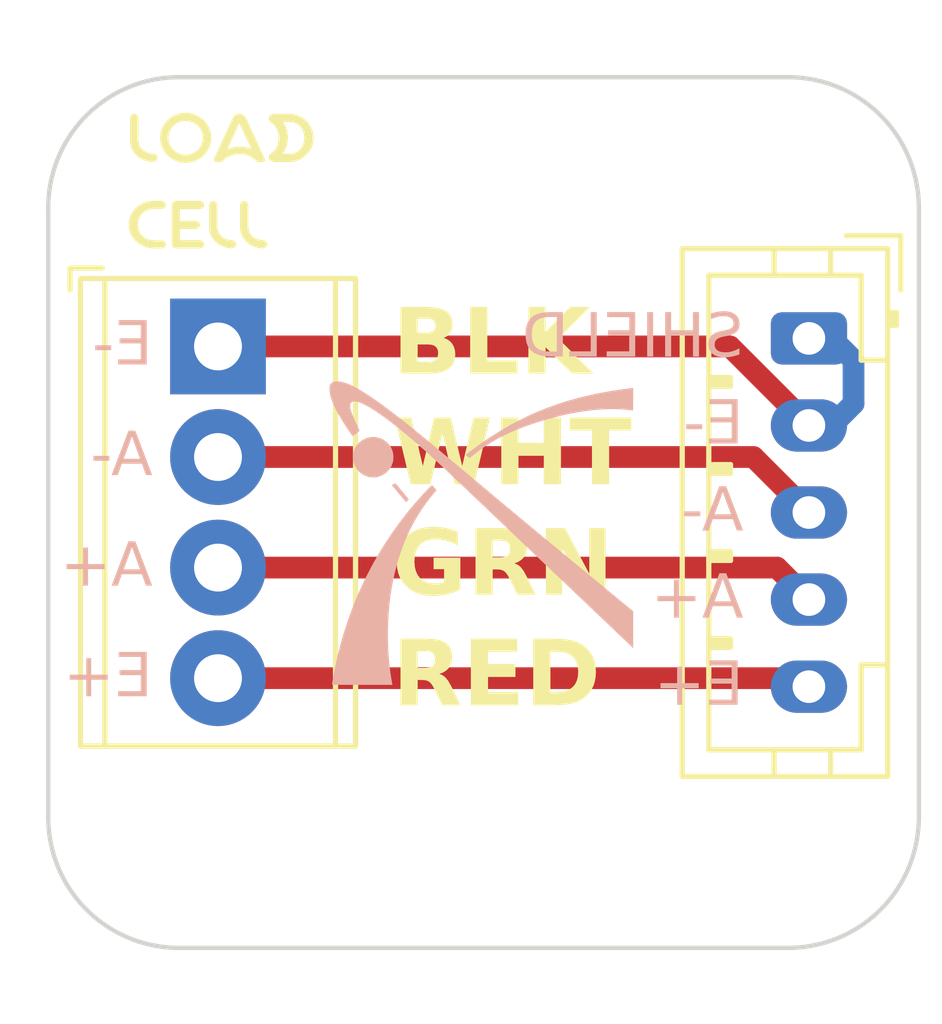
<source format=kicad_pcb>
(kicad_pcb (version 20221018) (generator pcbnew)
  (layers (0 "F.Cu" signal) (31 "B.Cu" signal) (34 "B.Paste" user) (35 "F.Paste" user) (36 "B.SilkS" user "B.Silkscreen") (37 "F.SilkS" user "F.Silkscreen") (38 "B.Mask" user) (39 "F.Mask" user) (44 "Edge.Cuts" user))
  (net 0 "")
  (net 1 "/E-")
  (net 2 "/A-")
  (net 3 "/A+")
  (net 4 "/E+")
  (net 5 "SHIELD")
  (footprint "MountingHole:MountingHole_2.2mm_M2" (layer "F.Cu") (at 121.75 93.325)
    (fp_text reference "H1" hide)
    (fp_text value "M2")
    (pad "" np_thru_hole circle (at 0 0) (size 2.2 2.2) (drill 2.2) (layers "*.Cu" "*.Mask"))
  )
  (footprint "TerminalBlock_Phoenix:TerminalBlock_Phoenix_MPT-0,5-4-2.54_1x04_P2.54mm_Horizontal" (layer "F.Cu") (at 115.675 96.510001 -90)
    (fp_text reference "J1" hide)
    (fp_text value "Terminal block 2.54mm 01x04")
    (fp_line (start -1.8 2.66) (end -1.8 3.4) (stroke (width 0.12)) (layer "F.SilkS"))
    (fp_line (start -1.8 3.4) (end -1.3 3.4) (stroke (width 0.12)) (layer "F.SilkS"))
    (fp_line (start -1.56 -3.16) (end -1.56 3.16) (stroke (width 0.12)) (layer "F.SilkS"))
    (fp_line (start -1.56 -3.16) (end 9.18 -3.16) (stroke (width 0.12)) (layer "F.SilkS"))
    (fp_line (start -1.56 -2.7) (end 9.18 -2.7) (stroke (width 0.12)) (layer "F.SilkS"))
    (fp_line (start -1.56 2.6) (end 9.18 2.6) (stroke (width 0.12)) (layer "F.SilkS"))
    (fp_line (start -1.56 3.16) (end 9.18 3.16) (stroke (width 0.12)) (layer "F.SilkS"))
    (fp_line (start 9.18 -3.16) (end 9.18 3.16) (stroke (width 0.12)) (layer "F.SilkS"))
    (pad "1" thru_hole rect (at 0 0 270) (size 2.2 2.2) (drill 1.1) (layers "*.Cu" "*.Mask") (net 1 "/E-"))
    (pad "2" thru_hole circle (at 2.54 0 270) (size 2.2 2.2) (drill 1.1) (layers "*.Cu" "*.Mask") (net 2 "/A-"))
    (pad "3" thru_hole circle (at 5.08 0 270) (size 2.2 2.2) (drill 1.1) (layers "*.Cu" "*.Mask") (net 3 "/A+"))
    (pad "4" thru_hole circle (at 7.62 0 270) (size 2.2 2.2) (drill 1.1) (layers "*.Cu" "*.Mask") (net 4 "/E+"))
  )
  (footprint "MountingHole:MountingHole_2.2mm_M2" (layer "F.Cu") (at 121.75 107.325)
    (fp_text reference "H2" hide)
    (fp_text value "M2")
    (pad "" np_thru_hole circle (at 0 0) (size 2.2 2.2) (drill 2.2) (layers "*.Cu" "*.Mask"))
  )
  (footprint "Connector_JST:JST_PH_B5B-PH-K_1x05_P2.00mm_Vertical" (layer "F.Cu") (at 129.25 96.325 -90)
    (fp_text reference "J3" hide)
    (fp_text value "B5B-PH-K-S")
    (fp_line (start -2.36 -2.11) (end -2.36 -0.86) (stroke (width 0.12)) (layer "F.SilkS"))
    (fp_line (start -2.06 -1.81) (end -2.06 2.91) (stroke (width 0.12)) (layer "F.SilkS"))
    (fp_line (start -2.06 -0.5) (end -1.45 -0.5) (stroke (width 0.12)) (layer "F.SilkS"))
    (fp_line (start -2.06 0.8) (end -1.45 0.8) (stroke (width 0.12)) (layer "F.SilkS"))
    (fp_line (start -2.06 2.91) (end 10.06 2.91) (stroke (width 0.12)) (layer "F.SilkS"))
    (fp_line (start -1.45 -1.2) (end -1.45 2.3) (stroke (width 0.12)) (layer "F.SilkS"))
    (fp_line (start -1.45 2.3) (end 9.45 2.3) (stroke (width 0.12)) (layer "F.SilkS"))
    (fp_line (start -1.11 -2.11) (end -2.36 -2.11) (stroke (width 0.12)) (layer "F.SilkS"))
    (fp_line (start -0.6 -2.01) (end -0.6 -1.81) (stroke (width 0.12)) (layer "F.SilkS"))
    (fp_line (start -0.3 -2.01) (end -0.6 -2.01) (stroke (width 0.12)) (layer "F.SilkS"))
    (fp_line (start -0.3 -1.91) (end -0.6 -1.91) (stroke (width 0.12)) (layer "F.SilkS"))
    (fp_line (start -0.3 -1.81) (end -0.3 -2.01) (stroke (width 0.12)) (layer "F.SilkS"))
    (fp_line (start 0.5 -1.81) (end 0.5 -1.2) (stroke (width 0.12)) (layer "F.SilkS"))
    (fp_line (start 0.5 -1.2) (end -1.45 -1.2) (stroke (width 0.12)) (layer "F.SilkS"))
    (fp_line (start 0.9 1.8) (end 1.1 1.8) (stroke (width 0.12)) (layer "F.SilkS"))
    (fp_line (start 0.9 2.3) (end 0.9 1.8) (stroke (width 0.12)) (layer "F.SilkS"))
    (fp_line (start 1 2.3) (end 1 1.8) (stroke (width 0.12)) (layer "F.SilkS"))
    (fp_line (start 1.1 1.8) (end 1.1 2.3) (stroke (width 0.12)) (layer "F.SilkS"))
    (fp_line (start 2.9 1.8) (end 3.1 1.8) (stroke (width 0.12)) (layer "F.SilkS"))
    (fp_line (start 2.9 2.3) (end 2.9 1.8) (stroke (width 0.12)) (layer "F.SilkS"))
    (fp_line (start 3 2.3) (end 3 1.8) (stroke (width 0.12)) (layer "F.SilkS"))
    (fp_line (start 3.1 1.8) (end 3.1 2.3) (stroke (width 0.12)) (layer "F.SilkS"))
    (fp_line (start 4.9 1.8) (end 5.1 1.8) (stroke (width 0.12)) (layer "F.SilkS"))
    (fp_line (start 4.9 2.3) (end 4.9 1.8) (stroke (width 0.12)) (layer "F.SilkS"))
    (fp_line (start 5 2.3) (end 5 1.8) (stroke (width 0.12)) (layer "F.SilkS"))
    (fp_line (start 5.1 1.8) (end 5.1 2.3) (stroke (width 0.12)) (layer "F.SilkS"))
    (fp_line (start 6.9 1.8) (end 7.1 1.8) (stroke (width 0.12)) (layer "F.SilkS"))
    (fp_line (start 6.9 2.3) (end 6.9 1.8) (stroke (width 0.12)) (layer "F.SilkS"))
    (fp_line (start 7 2.3) (end 7 1.8) (stroke (width 0.12)) (layer "F.SilkS"))
    (fp_line (start 7.1 1.8) (end 7.1 2.3) (stroke (width 0.12)) (layer "F.SilkS"))
    (fp_line (start 7.5 -1.2) (end 7.5 -1.81) (stroke (width 0.12)) (layer "F.SilkS"))
    (fp_line (start 9.45 -1.2) (end 7.5 -1.2) (stroke (width 0.12)) (layer "F.SilkS"))
    (fp_line (start 9.45 2.3) (end 9.45 -1.2) (stroke (width 0.12)) (layer "F.SilkS"))
    (fp_line (start 10.06 -1.81) (end -2.06 -1.81) (stroke (width 0.12)) (layer "F.SilkS"))
    (fp_line (start 10.06 -0.5) (end 9.45 -0.5) (stroke (width 0.12)) (layer "F.SilkS"))
    (fp_line (start 10.06 0.8) (end 9.45 0.8) (stroke (width 0.12)) (layer "F.SilkS"))
    (fp_line (start 10.06 2.91) (end 10.06 -1.81) (stroke (width 0.12)) (layer "F.SilkS"))
    (pad "1" thru_hole roundrect (at 0 0 270) (size 1.2 1.75) (drill 0.75) (layers "*.Cu" "*.Mask") (roundrect_rratio 0.2083333333) (net 5 "SHIELD"))
    (pad "2" thru_hole oval (at 2 0 270) (size 1.2 1.75) (drill 0.75) (layers "*.Cu" "*.Mask") (net 1 "/E-"))
    (pad "3" thru_hole oval (at 4 0 270) (size 1.2 1.75) (drill 0.75) (layers "*.Cu" "*.Mask") (net 2 "/A-"))
    (pad "4" thru_hole oval (at 6 0 270) (size 1.2 1.75) (drill 0.75) (layers "*.Cu" "*.Mask") (net 3 "/A+"))
    (pad "5" thru_hole oval (at 8 0 270) (size 1.2 1.75) (drill 0.75) (layers "*.Cu" "*.Mask") (net 4 "/E+"))
  )
  (footprint "kibuzzard-64B349D4" (layer "F.Cu") (at 115.75 92.7)
    (fp_text reference "kibuzzard-64B349D4" hide)
    (fp_text value "G***" hide)
    (fp_poly (pts (xy -2.096059 -1.442244) (xy -2.065103 -1.512094) (xy -1.997634 -1.535906) (xy -1.931753 -1.512888) (xy -1.902384 -1.442244) (xy -1.902384 -0.912019) (xy -1.873809 -0.791369) (xy -1.796815 -0.699294) (xy -1.684103 -0.640556) (xy -1.61842 -0.625078) (xy -1.549959 -0.619919) (xy -1.480903 -0.589756) (xy -1.456297 -0.523081) (xy -1.481697 -0.456406) (xy -1.562659 -0.426244) (xy -1.670212 -0.43557) (xy -1.770622 -0.46355) (xy -1.861308 -0.507802) (xy -1.93969 -0.565944) (xy -2.004381 -0.636389) (xy -2.05399 -0.71755) (xy -2.085542 -0.807045) (xy -2.096059 -0.902494) (xy -2.096059 -1.442244)) (fill solid) (layer "F.SilkS"))
    (fp_poly (pts (xy -0.279584 0.557169) (xy -0.249085 0.488352) (xy -0.182613 0.464891) (xy -0.117706 0.48757) (xy -0.088771 0.557169) (xy -0.088771 1.079559) (xy -0.060618 1.198426) (xy 0.015238 1.28914) (xy 0.126284 1.347009) (xy 0.190997 1.362259) (xy 0.258446 1.367342) (xy 0.326481 1.397059) (xy 0.350724 1.462748) (xy 0.325699 1.528438) (xy 0.245933 1.558155) (xy 0.13997 1.548966) (xy 0.041044 1.5214) (xy -0.048301 1.477802) (xy -0.125526 1.420519) (xy -0.18926 1.351115) (xy -0.238137 1.271153) (xy -0.269222 1.182981) (xy -0.279584 1.088943) (xy -0.279584 0.557169)) (fill solid) (layer "F.SilkS"))
    (fp_poly (pts (xy 0.43049 0.557169) (xy 0.460989 0.488352) (xy 0.527461 0.464891) (xy 0.592368 0.48757) (xy 0.621303 0.557169) (xy 0.621303 1.079559) (xy 0.649456 1.198426) (xy 0.725312 1.28914) (xy 0.836358 1.347009) (xy 0.90107 1.362259) (xy 0.96852 1.367342) (xy 1.036555 1.397059) (xy 1.060798 1.462748) (xy 1.035773 1.528438) (xy 0.956007 1.558155) (xy 0.850044 1.548966) (xy 0.751118 1.5214) (xy 0.661772 1.477802) (xy 0.584548 1.420519) (xy 0.520813 1.351115) (xy 0.471937 1.271153) (xy 0.440852 1.182981) (xy 0.43049 1.088943) (xy 0.43049 0.557169)) (fill solid) (layer "F.SilkS"))
    (fp_poly (pts (xy -1.139805 0.557169) (xy -1.113217 0.49148) (xy -1.047527 0.464891) (xy -0.482909 0.464891) (xy -0.412527 0.494608) (xy -0.389067 0.560298) (xy -0.412527 0.625987) (xy -0.482909 0.655704) (xy -0.948993 0.655704) (xy -0.948993 0.923155) (xy -0.578315 0.923155) (xy -0.507934 0.952871) (xy -0.484473 1.017779) (xy -0.507934 1.082687) (xy -0.578315 1.112403) (xy -0.948993 1.112403) (xy -0.948993 1.368906) (xy -0.482909 1.368906) (xy -0.412527 1.398623) (xy -0.389067 1.464312) (xy -0.412527 1.530002) (xy -0.482909 1.559719) (xy -1.047527 1.559719) (xy -1.113217 1.532348) (xy -1.139805 1.46744) (xy -1.139805 0.557169)) (fill solid) (layer "F.SilkS"))
    (fp_poly (pts (xy -2.128278 1.010741) (xy -2.11733 0.899303) (xy -2.084485 0.796468) (xy -2.032481 0.704385) (xy -1.964054 0.625205) (xy -1.880769 0.560102) (xy -1.78419 0.510248) (xy -1.677444 0.477794) (xy -1.56366 0.464891) (xy -1.358771 0.464891) (xy -1.289953 0.493826) (xy -1.266493 0.557952) (xy -1.289171 0.622077) (xy -1.358771 0.651012) (xy -1.546456 0.651012) (xy -1.658676 0.664306) (xy -1.751345 0.704189) (xy -1.823682 0.764209) (xy -1.874904 0.837915) (xy -1.905403 0.921786) (xy -1.915569 1.012305) (xy -1.905012 1.102824) (xy -1.87334 1.186695) (xy -1.820358 1.260401) (xy -1.745871 1.320421) (xy -1.649878 1.360304) (xy -1.532379 1.373598) (xy -1.358771 1.373598) (xy -1.289171 1.402533) (xy -1.266493 1.466658) (xy -1.289953 1.530784) (xy -1.358771 1.559719) (xy -1.546456 1.559719) (xy -1.665714 1.549161) (xy -1.776369 1.51749) (xy -1.875686 1.467245) (xy -1.960926 1.400969) (xy -2.030721 1.320225) (xy -2.083703 1.226578) (xy -2.117135 1.12257) (xy -2.128278 1.010741)) (fill solid) (layer "F.SilkS"))
    (fp_poly (pts (xy -1.407084 -0.981869) (xy -1.395376 -1.09855) (xy -1.360253 -1.207294) (xy -1.305286 -1.30552) (xy -1.234047 -1.39065) (xy -1.147726 -1.460897) (xy -1.047515 -1.514475) (xy -0.936589 -1.548408) (xy -0.818122 -1.559719) (xy -0.699456 -1.548408) (xy -0.587934 -1.514475) (xy -0.486929 -1.460897) (xy -0.399815 -1.39065) (xy -0.328179 -1.305322) (xy -0.273609 -1.2065) (xy -0.239081 -1.097558) (xy -0.227572 -0.981869) (xy -0.239279 -0.86618) (xy -0.274403 -0.757237) (xy -0.329569 -0.658416) (xy -0.401403 -0.573087) (xy -0.488319 -0.502841) (xy -0.588728 -0.449262) (xy -0.699654 -0.41533) (xy -0.818122 -0.404019) (xy -0.818122 -0.594519) (xy -0.739342 -0.601861) (xy -0.664928 -0.623887) (xy -0.597261 -0.659011) (xy -0.538722 -0.705644) (xy -0.490501 -0.762595) (xy -0.45379 -0.828675) (xy -0.430573 -0.902295) (xy -0.422834 -0.981869) (xy -0.430772 -1.060252) (xy -0.454584 -1.133475) (xy -0.491692 -1.199555) (xy -0.539515 -1.256506) (xy -0.597459 -1.303338) (xy -0.664928 -1.339056) (xy -0.739342 -1.361678) (xy -0.818122 -1.369219) (xy -0.895711 -1.361678) (xy -0.969728 -1.339056) (xy -1.037395 -1.303338) (xy -1.095934 -1.256506) (xy -1.144353 -1.199555) (xy -1.181659 -1.133475) (xy -1.205472 -1.060252) (xy -1.213409 -0.981869) (xy -1.205869 -0.906066) (xy -1.183247 -0.834231) (xy -1.147528 -0.768548) (xy -1.100697 -0.7112) (xy -1.043348 -0.663377) (xy -0.976078 -0.626269) (xy -0.900473 -0.602456) (xy -0.818122 -0.594519) (xy -0.818122 -0.404019) (xy -0.936589 -0.41533) (xy -1.047515 -0.449262) (xy -1.147925 -0.502841) (xy -1.23484 -0.573087) (xy -1.306476 -0.658416) (xy -1.361047 -0.757237) (xy -1.395575 -0.86618) (xy -1.407084 -0.981869)) (fill solid) (layer "F.SilkS"))
    (fp_poly (pts (xy 0.570941 -1.442244) (xy 0.589197 -1.399381) (xy 0.637616 -1.292225) (xy 0.669961 -1.221581) (xy 0.706672 -1.141413) (xy 0.745963 -1.055688) (xy 0.786047 -0.968375) (xy 0.826131 -0.881062) (xy 0.865422 -0.795337) (xy 0.902133 -0.71497) (xy 0.934478 -0.643731) (xy 0.982897 -0.534987) (xy 1.001153 -0.489744) (xy 1.001947 -0.446087) (xy 0.967816 -0.424656) (xy 0.882091 -0.424656) (xy 0.836053 -0.427037) (xy 0.813035 -0.434181) (xy 0.797953 -0.446881) (xy 0.718777 -0.520898) (xy 0.624122 -0.5715) (xy 0.520339 -0.600075) (xy 0.413778 -0.608012) (xy 0.307217 -0.595908) (xy 0.203435 -0.564356) (xy 0.151841 -0.537099) (xy 0.151841 -0.731044) (xy 0.213952 -0.750689) (xy 0.279635 -0.765175) (xy 0.3475 -0.774303) (xy 0.41616 -0.777875) (xy 0.484819 -0.775891) (xy 0.552685 -0.76835) (xy 0.680478 -0.738981) (xy 0.66381 -0.7747) (xy 0.65111 -0.801687) (xy 0.631266 -0.843756) (xy 0.592372 -0.926306) (xy 0.56221 -0.990997) (xy 0.52411 -1.073944) (xy 0.475889 -1.179513) (xy 0.415366 -1.312069) (xy 0.355041 -1.183283) (xy 0.307416 -1.0795) (xy 0.27011 -0.997148) (xy 0.240741 -0.932656) (xy 0.202641 -0.848519) (xy 0.182797 -0.802481) (xy 0.169303 -0.770731) (xy 0.151841 -0.731044) (xy 0.151841 -0.537099) (xy 0.10878 -0.51435) (xy 0.029603 -0.446881) (xy 0.018491 -0.434181) (xy -0.003734 -0.427037) (xy -0.049772 -0.424656) (xy -0.132322 -0.424656) (xy -0.170422 -0.446087) (xy -0.175184 -0.489744) (xy -0.118133 -0.612378) (xy -0.066044 -0.724694) (xy -0.018915 -0.826691) (xy 0.023253 -0.918369) (xy 0.072995 -1.026848) (xy 0.116387 -1.121569) (xy 0.153428 -1.202531) (xy 0.198672 -1.300559) (xy 0.232803 -1.372394) (xy 0.278047 -1.459706) (xy 0.305035 -1.497012) (xy 0.329641 -1.515269) (xy 0.395522 -1.538288) (xy 0.464578 -1.532731) (xy 0.525697 -1.500188) (xy 0.570941 -1.442244)) (fill solid) (layer "F.SilkS"))
    (fp_poly (pts (xy 1.198003 -0.424656) (xy 1.125772 -0.45085) (xy 1.090053 -0.511175) (xy 1.09561 -0.580231) (xy 1.148791 -0.634206) (xy 1.240072 -0.711994) (xy 1.272814 -0.767755) (xy 1.296428 -0.830263) (xy 1.310914 -0.898128) (xy 1.316272 -0.969962) (xy 1.312303 -1.042392) (xy 1.29881 -1.112044) (xy 1.275394 -1.17733) (xy 1.24166 -1.236662) (xy 1.197805 -1.287264) (xy 1.144028 -1.326356) (xy 1.094816 -1.381919) (xy 1.090847 -1.450975) (xy 1.12736 -1.510506) (xy 1.198003 -1.535906) (xy 1.289681 -1.535906) (xy 1.364691 -1.535906) (xy 1.474228 -1.535906) (xy 1.54011 -1.535906) (xy 1.575828 -1.535906) (xy 1.594878 -1.535112) (xy 1.610753 -1.532731) (xy 1.72803 -1.510705) (xy 1.83221 -1.46685) (xy 1.922102 -1.405334) (xy 1.996516 -1.330325) (xy 2.054658 -1.243806) (xy 2.095735 -1.147762) (xy 2.118555 -1.045964) (xy 2.121928 -0.942181) (xy 2.10526 -0.838597) (xy 2.067953 -0.737394) (xy 2.008422 -0.642541) (xy 1.925078 -0.558006) (xy 1.850664 -0.504428) (xy 1.776647 -0.467519) (xy 1.699852 -0.443706) (xy 1.617103 -0.429419) (xy 1.52741 -0.42287) (xy 1.429778 -0.422275) (xy 1.412316 -0.422562) (xy 1.412316 -0.613569) (xy 1.566303 -0.613569) (xy 1.646869 -0.622895) (xy 1.717116 -0.6477) (xy 1.776449 -0.685205) (xy 1.824272 -0.732631) (xy 1.860983 -0.788392) (xy 1.886978 -0.8509) (xy 1.902258 -0.917377) (xy 1.906822 -0.985044) (xy 1.900671 -1.052512) (xy 1.883803 -1.118394) (xy 1.856221 -1.179909) (xy 1.817922 -1.234281) (xy 1.768908 -1.28012) (xy 1.709178 -1.316038) (xy 1.638535 -1.339255) (xy 1.556778 -1.346994) (xy 1.425016 -1.346994) (xy 1.472244 -1.263848) (xy 1.505978 -1.173163) (xy 1.526219 -1.077913) (xy 1.532966 -0.981075) (xy 1.525425 -0.884039) (xy 1.502803 -0.788194) (xy 1.4651 -0.696913) (xy 1.412316 -0.613569) (xy 1.412316 -0.422562) (xy 1.321035 -0.424061) (xy 1.198003 -0.424656)) (fill solid) (layer "F.SilkS"))
  )
  (footprint "NetTie:NetTie-2_SMD_Pad0.5mm" (layer "B.Cu") (at 130.275 97.325 -90)
    (fp_text reference "NT1" hide)
    (fp_text value "SHIELD_GND")
    (fp_poly (pts (xy -0.5 0.25) (xy 0.5 0.25) (xy 0.5 -0.25) (xy -0.5 -0.25)) (fill solid) (layer "B.Cu"))
    (pad "1" smd circle (at -0.5 0 270) (size 0.5 0.5) (layers "B.Cu") (net 5 "SHIELD"))
    (pad "2" smd circle (at 0.5 0 270) (size 0.5 0.5) (layers "B.Cu") (net 1 "/E-"))
  )
  (footprint "0_graphic:Xplore_Logo_X_only_10mm" (layer "B.Cu") (at 121.725 100.8 180)
    (fp_text reference "G1" hide)
    (fp_text value "Xplore_Logo" hide)
    (fp_poly (pts (xy 2.001481 1.135612) (xy 2.018695 1.126689) (xy 2.034683 1.118013) (xy 2.043825 1.112745) (xy 2.058259 1.103968) (xy 1.896342 0.909627) (xy 1.865481 0.872643) (xy 1.836408 0.837916) (xy 1.809698 0.806123) (xy 1.785926 0.777941) (xy 1.765663 0.754049) (xy 1.749484 0.735123) (xy 1.737964 0.721841) (xy 1.731675 0.714882) (xy 1.730694 0.713988) (xy 1.725977 0.716616) (xy 1.716473 0.724743) (xy 1.703849 0.73689) (xy 1.69711 0.743778) (xy 1.682501 0.760027) (xy 1.673073 0.772746) (xy 1.669713 0.780698) (xy 1.669866 0.78166) (xy 1.673347 0.786559) (xy 1.682334 0.798018) (xy 1.696234 0.815309) (xy 1.71445 0.837704) (xy 1.736389 0.864474) (xy 1.761455 0.894891) (xy 1.789053 0.928228) (xy 1.818588 0.963756) (xy 1.823022 0.969078) (xy 1.97357 1.149701)) (fill solid) (layer "B.SilkS"))
    (fp_poly (pts (xy 2.51659 2.210313) (xy 2.577736 2.201957) (xy 2.637075 2.185633) (xy 2.693796 2.161595) (xy 2.747094 2.130096) (xy 2.796161 2.091392) (xy 2.840188 2.045738) (xy 2.878368 1.993386) (xy 2.896671 1.961661) (xy 2.923463 1.901004) (xy 2.941098 1.838477) (xy 2.949566 1.774793) (xy 2.94886 1.710662) (xy 2.938971 1.646793) (xy 2.919889 1.583899) (xy 2.901764 1.542263) (xy 2.867869 1.483318) (xy 2.827617 1.431427) (xy 2.781115 1.386679) (xy 2.728469 1.349157) (xy 2.669784 1.318947) (xy 2.605168 1.296136) (xy 2.591445 1.292445) (xy 2.564349 1.287164) (xy 2.531664 1.283303) (xy 2.49671 1.281041) (xy 2.462808 1.280552) (xy 2.43328 1.282015) (xy 2.421923 1.283417) (xy 2.355272 1.298457) (xy 2.293027 1.321602) (xy 2.235715 1.352353) (xy 2.18386 1.390209) (xy 2.137987 1.434672) (xy 2.098624 1.485241) (xy 2.066296 1.541416) (xy 2.041529 1.602699) (xy 2.026681 1.659084) (xy 2.021728 1.695497) (xy 2.019996 1.737277) (xy 2.02134 1.781105) (xy 2.025616 1.823662) (xy 2.032681 1.86163) (xy 2.036002 1.873949) (xy 2.059729 1.937515) (xy 2.091149 1.99579) (xy 2.129892 2.048326) (xy 2.175591 2.094673) (xy 2.227876 2.134384) (xy 2.270074 2.158966) (xy 2.330377 2.185027) (xy 2.392103 2.202102) (xy 2.454442 2.210446)) (fill solid) (layer "B.SilkS"))
    (fp_poly (pts (xy 1.168031 1.077866) (xy 1.209632 1.035995) (xy 1.256038 0.987611) (xy 1.306316 0.933779) (xy 1.359528 0.875561) (xy 1.414739 0.81402) (xy 1.471015 0.750218) (xy 1.527417 0.685219) (xy 1.583012 0.620087) (xy 1.636863 0.555883) (xy 1.688035 0.49367) (xy 1.735592 0.434513) (xy 1.746578 0.420617) (xy 1.914815 0.199369) (xy 2.075299 -0.027297) (xy 2.227937 -0.259175) (xy 2.372639 -0.496059) (xy 2.509314 -0.737742) (xy 2.63787 -0.984019) (xy 2.758218 -1.234683) (xy 2.870265 -1.48953) (xy 2.973921 -1.74835) (xy 3.069095 -2.010941) (xy 3.155695 -2.277095) (xy 3.233631 -2.546605) (xy 3.302812 -2.819267) (xy 3.363147 -3.094873) (xy 3.409983 -3.346283) (xy 3.415688 -3.379864) (xy 3.420824 -3.410501) (xy 3.42518 -3.436905) (xy 3.428546 -3.457789) (xy 3.430711 -3.471864) (xy 3.431467 -3.477817) (xy 3.429759 -3.478658) (xy 3.424374 -3.479421) (xy 3.414926 -3.480109) (xy 3.401029 -3.480726) (xy 3.382297 -3.481274) (xy 3.358343 -3.481758) (xy 3.328782 -3.48218) (xy 3.293227 -3.482544) (xy 3.251292 -3.482853) (xy 3.202592 -3.483111) (xy 3.146739 -3.48332) (xy 3.083348 -3.483484) (xy 3.012033 -3.483607) (xy 2.932407 -3.483692) (xy 2.844085 -3.483741) (xy 2.746679 -3.483758) (xy 2.04249 -3.483758) (xy 2.045686 -3.468312) (xy 2.050116 -3.445416) (xy 2.055537 -3.41506) (xy 2.061636 -3.3792) (xy 2.0681 -3.339792) (xy 2.074615 -3.298791) (xy 2.080869 -3.258153) (xy 2.086548 -3.219834) (xy 2.091339 -3.18579) (xy 2.093422 -3.170078) (xy 2.117763 -2.951031) (xy 2.134767 -2.729962) (xy 2.144468 -2.50783) (xy 2.146896 -2.285599) (xy 2.142085 -2.064228) (xy 2.130067 -1.844679) (xy 2.110875 -1.627915) (xy 2.08454 -1.414896) (xy 2.051095 -1.206583) (xy 2.022094 -1.057485) (xy 1.973941 -0.84804) (xy 1.918534 -0.644734) (xy 1.855867 -0.447547) (xy 1.785931 -0.256464) (xy 1.708719 -0.071467) (xy 1.624222 0.107461) (xy 1.532433 0.280337) (xy 1.433342 0.447179) (xy 1.326942 0.608003) (xy 1.213226 0.762827) (xy 1.092183 0.911666) (xy 1.082411 0.923052) (xy 1.025855 0.988684) (xy 1.137656 1.107753)) (fill solid) (layer "B.SilkS"))
    (fp_poly (pts (xy -3.466263 3.335714) (xy -3.447084 3.333683) (xy -3.420558 3.330478) (xy -3.387706 3.326243) (xy -3.349551 3.321126) (xy -3.307115 3.315272) (xy -3.261421 3.308826) (xy -3.213489 3.301935) (xy -3.164342 3.294746) (xy -3.115003 3.287403) (xy -3.066493 3.280053) (xy -3.019835 3.272842) (xy -2.97605 3.265915) (xy -2.93616 3.25942) (xy -2.925311 3.257612) (xy -2.673059 3.211427) (xy -2.4272 3.158479) (xy -2.187266 3.098582) (xy -1.952792 3.031557) (xy -1.723311 2.95722) (xy -1.49836 2.875389) (xy -1.277471 2.785881) (xy -1.060178 2.688515) (xy -0.846016 2.583108) (xy -0.634519 2.469477) (xy -0.425221 2.347441) (xy -0.217655 2.216817) (xy -0.147334 2.170375) (xy -0.11181 2.146351) (xy -0.072222 2.119084) (xy -0.02957 2.089299) (xy 0.015148 2.05772) (xy 0.060935 2.025072) (xy 0.106791 1.99208) (xy 0.151718 1.959467) (xy 0.194719 1.927958) (xy 0.234793 1.898278) (xy 0.270944 1.871151) (xy 0.302172 1.847301) (xy 0.32748 1.827453) (xy 0.344573 1.813438) (xy 0.358831 1.801319) (xy 0.318433 1.763448) (xy 0.302138 1.748546) (xy 0.288129 1.736429) (xy 0.277957 1.728394) (xy 0.273282 1.72572) (xy 0.268126 1.728658) (xy 0.257107 1.736653) (xy 0.24163 1.748632) (xy 0.223097 1.763524) (xy 0.213873 1.771106) (xy 0.079196 1.877017) (xy -0.063034 1.978204) (xy -0.211817 2.07409) (xy -0.366153 2.164093) (xy -0.52504 2.247636) (xy -0.687479 2.32414) (xy -0.852469 2.393027) (xy -0.879256 2.403387) (xy -1.073562 2.474898) (xy -1.266692 2.540405) (xy -1.45825 2.599842) (xy -1.647838 2.653144) (xy -1.835059 2.700245) (xy -2.019517 2.741077) (xy -2.200814 2.775577) (xy -2.378553 2.803677) (xy -2.552338 2.825312) (xy -2.721771 2.840416) (xy -2.886454 2.848924) (xy -3.045993 2.850768) (xy -3.199988 2.845885) (xy -3.348043 2.834206) (xy -3.422603 2.82542) (xy -3.444555 2.822594) (xy -3.463313 2.820309) (xy -3.476701 2.81882) (xy -3.482268 2.818374) (xy -3.48366 2.819896) (xy -3.48484 2.824904) (xy -3.485822 2.834057) (xy -3.486623 2.848013) (xy -3.487259 2.867433) (xy -3.487745 2.892978) (xy -3.488097 2.925304) (xy -3.488331 2.965075) (xy -3.488464 3.012948) (xy -3.48851 3.069583) (xy -3.48851 3.077398) (xy -3.48851 3.336423) (xy -3.477072 3.336423)) (fill solid) (layer "B.SilkS"))
    (fp_poly (pts (xy 3.336589 3.485062) (xy 3.367274 3.482298) (xy 3.392302 3.476979) (xy 3.413522 3.468677) (xy 3.43278 3.456971) (xy 3.437049 3.453811) (xy 3.456445 3.436892) (xy 3.470801 3.41876) (xy 3.480747 3.397722) (xy 3.486914 3.372084) (xy 3.489933 3.340155) (xy 3.490509 3.310283) (xy 3.487476 3.257882) (xy 3.478514 3.201097) (xy 3.463492 3.139487) (xy 3.442277 3.07261) (xy 3.414738 3.000026) (xy 3.380744 2.921293) (xy 3.362734 2.882536) (xy 3.333614 2.823949) (xy 3.299226 2.759591) (xy 3.260474 2.690922) (xy 3.218261 2.619403) (xy 3.173491 2.546492) (xy 3.127067 2.473649) (xy 3.079892 2.402334) (xy 3.032871 2.334007) (xy 2.986906 2.270127) (xy 2.967995 2.244792) (xy 2.95297 2.224904) (xy 2.917476 2.254298) (xy 2.898088 2.270303) (xy 2.874884 2.289384) (xy 2.851422 2.308618) (xy 2.838812 2.318924) (xy 2.795642 2.354156) (xy 2.81722 2.39972) (xy 2.846222 2.46126) (xy 2.872797 2.518252) (xy 2.896637 2.570022) (xy 2.917438 2.615897) (xy 2.934894 2.655205) (xy 2.948699 2.687269) (xy 2.957655 2.709137) (xy 2.979719 2.769092) (xy 2.996232 2.822765) (xy 3.007139 2.869886) (xy 3.012382 2.910184) (xy 3.01191 2.943388) (xy 3.008849 2.959831) (xy 2.999487 2.981072) (xy 2.984559 3.000928) (xy 2.966758 3.016179) (xy 2.957619 3.021074) (xy 2.930335 3.027684) (xy 2.896752 3.027495) (xy 2.85707 3.020651) (xy 2.811483 3.007291) (xy 2.760189 2.987561) (xy 2.703385 2.961602) (xy 2.641266 2.929555) (xy 2.574031 2.891564) (xy 2.501875 2.84777) (xy 2.424996 2.798317) (xy 2.34359 2.743347) (xy 2.257853 2.683002) (xy 2.167984 2.617425) (xy 2.074177 2.546757) (xy 1.97663 2.471142) (xy 1.87554 2.390721) (xy 1.771103 2.305638) (xy 1.663517 2.216034) (xy 1.552978 2.122051) (xy 1.439682 2.023833) (xy 1.323826 1.921521) (xy 1.205607 1.815259) (xy 1.085223 1.705188) (xy 0.962868 1.591451) (xy 0.89753 1.529959) (xy 0.866854 1.500946) (xy 0.830297 1.466329) (xy 0.78809 1.426329) (xy 0.740464 1.381168) (xy 0.687652 1.331066) (xy 0.629886 1.276243) (xy 0.567399 1.216921) (xy 0.50042 1.15332) (xy 0.429185 1.085662) (xy 0.353924 1.014167) (xy 0.274869 0.939055) (xy 0.192251 0.860547) (xy 0.106304 0.778866) (xy 0.01726 0.69423) (xy -0.074649 0.606862) (xy -0.169193 0.51698) (xy -0.266138 0.424808) (xy -0.365253 0.330565) (xy -0.466305 0.234472) (xy -0.569063 0.136749) (xy -0.673294 0.037619) (xy -0.778766 -0.062699) (xy -0.885248 -0.163983) (xy -0.992508 -0.266014) (xy -1.100312 -0.36857) (xy -1.20843 -0.47143) (xy -1.316628 -0.574374) (xy -1.424676 -0.677181) (xy -1.532341 -0.779629) (xy -1.639391 -0.881499) (xy -1.745594 -0.982569) (xy -1.850718 -1.08262) (xy -1.954531 -1.181428) (xy -2.056801 -1.278775) (xy -2.157295 -1.374439) (xy -2.255783 -1.468199) (xy -2.352031 -1.559835) (xy -2.445808 -1.649126) (xy -2.536881 -1.735851) (xy -2.62502 -1.81979) (xy -2.709991 -1.900721) (xy -2.791562 -1.978423) (xy -2.869502 -2.052677) (xy -2.943579 -2.123261) (xy -3.01356 -2.189953) (xy -3.079213 -2.252534) (xy -3.140307 -2.310784) (xy -3.196608 -2.36448) (xy -3.247887 -2.413402) (xy -3.293909 -2.45733) (xy -3.334444 -2.496043) (xy -3.369258 -2.529319) (xy -3.398122 -2.556938) (xy -3.420801 -2.578679) (xy -3.437064 -2.594322) (xy -3.446679 -2.603645) (xy -3.446924 -2.603885) (xy -3.48851 -2.644702) (xy -3.487852 -1.789407) (xy -3.211572 -1.563651) (xy -3.004648 -1.394348) (xy -2.790617 -1.218798) (xy -2.569476 -1.036996) (xy -2.341223 -0.848943) (xy -2.105855 -0.654635) (xy -1.863368 -0.454069) (xy -1.613761 -0.247244) (xy -1.357031 -0.034159) (xy -1.093176 0.18519) (xy -0.822191 0.410805) (xy -0.544075 0.642688) (xy -0.258825 0.880842) (xy 0.03356 1.125268) (xy 0.09743 1.178702) (xy 0.21274 1.275179) (xy 0.321063 1.365798) (xy 0.422697 1.450809) (xy 0.517941 1.530459) (xy 0.607096 1.604995) (xy 0.69046 1.674666) (xy 0.768331 1.739718) (xy 0.84101 1.8004) (xy 0.908796 1.856959) (xy 0.971987 1.909644) (xy 1.030882 1.9587) (xy 1.085781 2.004377) (xy 1.136982 2.046923) (xy 1.184786 2.086584) (xy 1.22949 2.123609) (xy 1.271394 2.158244) (xy 1.310798 2.190739) (xy 1.347999 2.22134) (xy 1.383298 2.250296) (xy 1.416993 2.277853) (xy 1.449384 2.30426) (xy 1.48077 2.329763) (xy 1.511449 2.354613) (xy 1.54172 2.379055) (xy 1.571884 2.403336) (xy 1.602239 2.427706) (xy 1.633083 2.452412) (xy 1.664718 2.477701) (xy 1.69744 2.503821) (xy 1.70148 2.507044) (xy 1.755378 2.550011) (xy 1.802885 2.587816) (xy 1.845019 2.621253) (xy 1.882799 2.651114) (xy 1.917241 2.678191) (xy 1.949367 2.703279) (xy 1.980192 2.72717) (xy 2.010735 2.750657) (xy 2.042014 2.774531) (xy 2.075049 2.799589) (xy 2.110857 2.82662) (xy 2.141109 2.849392) (xy 2.25913 2.937087) (xy 2.370856 3.017913) (xy 2.476457 3.09197) (xy 2.5761 3.159358) (xy 2.669954 3.220178) (xy 2.758186 3.274532) (xy 2.840966 3.322519) (xy 2.918461 3.364241) (xy 2.990839 3.399798) (xy 3.058269 3.429291) (xy 3.12092 3.452822) (xy 3.177371 3.470068) (xy 3.203179 3.476648) (xy 3.224381 3.481055) (xy 3.244402 3.483732) (xy 3.266671 3.485122) (xy 3.294612 3.485666) (xy 3.298401 3.485695)) (fill solid) (layer "B.SilkS"))
  )
  (gr_arc (start 114.775 110.325) (mid 112.65368 109.44632) (end 111.775 107.325) (stroke (width 0.1)) (layer "Edge.Cuts"))
  (gr_arc (start 131.775 107.325) (mid 130.89632 109.44632) (end 128.775 110.325) (stroke (width 0.1)) (layer "Edge.Cuts"))
  (gr_line (start 128.775 110.325) (end 114.775 110.325) (stroke (width 0.1)) (layer "Edge.Cuts"))
  (gr_line (start 111.775 107.325) (end 111.775 93.325) (stroke (width 0.1)) (layer "Edge.Cuts"))
  (gr_line (start 114.775 90.325) (end 128.775 90.325) (stroke (width 0.1)) (layer "Edge.Cuts"))
  (gr_arc (start 128.775 90.325) (mid 130.89632 91.20368) (end 131.775 93.325) (stroke (width 0.1)) (layer "Edge.Cuts"))
  (gr_line (start 131.775 93.325) (end 131.775 107.325) (stroke (width 0.1)) (layer "Edge.Cuts"))
  (gr_arc (start 111.775 93.325) (mid 112.65368 91.20368) (end 114.775 90.325) (stroke (width 0.1)) (layer "Edge.Cuts"))
  (gr_text "E+" (at 114.175 104.130001) (layer "B.SilkS") (effects (font (size 1 1)) (justify left mirror)))
  (gr_text "A-" (at 127.75 100.325) (layer "B.SilkS") (effects (font (size 1 1)) (justify left mirror)))
  (gr_text "E+" (at 127.75 104.325) (layer "B.SilkS") (effects (font (size 1 1)) (justify left mirror)))
  (gr_text "A+" (at 127.75 102.325) (layer "B.SilkS") (effects (font (size 1 1)) (justify left mirror)))
  (gr_text "A+" (at 114.175 101.590001) (layer "B.SilkS") (effects (font (size 1 1)) (justify left mirror)))
  (gr_text "SHIELD" (at 127.75 96.325) (layer "B.SilkS") (effects (font (size 1 1)) (justify left mirror)))
  (gr_text "E-" (at 127.75 98.325) (layer "B.SilkS") (effects (font (size 1 1)) (justify left mirror)))
  (gr_text "A-" (at 114.175 99.050001) (layer "B.SilkS") (effects (font (size 1 1)) (justify left mirror)))
  (gr_text "E-" (at 114.175 96.510001) (layer "B.SilkS") (effects (font (size 1 1)) (justify left mirror)))
  (gr_text "BLK" (at 119.675 96.510001) (layer "F.SilkS") (effects (font (size 1.5 1.5) (thickness 0.3) bold) (justify left)))
  (gr_text "RED" (at 119.675 104.130001) (layer "F.SilkS") (effects (font (size 1.5 1.5) (thickness 0.3) bold) (justify left)))
  (gr_text "GRN" (at 119.675 101.590001) (layer "F.SilkS") (effects (font (size 1.5 1.5) (thickness 0.3) bold) (justify left)))
  (gr_text "WHT" (at 119.675 99.050001) (layer "F.SilkS") (effects (font (size 1.5 1.5) (thickness 0.3) bold) (justify left)))
  (segment (start 115.675 96.510001) (end 127.435001 96.510001) (width 0.5) (layer "F.Cu") (net 1))
  (segment (start 127.435001 96.510001) (end 129.25 98.325) (width 0.5) (layer "F.Cu") (net 1))
  (segment (start 129.775 98.325) (end 130.275 97.825) (width 0.5) (layer "B.Cu") (net 1))
  (segment (start 129.25 98.325) (end 129.775 98.325) (width 0.5) (layer "B.Cu") (net 1))
  (segment (start 127.975001 99.050001) (end 129.25 100.325) (width 0.5) (layer "F.Cu") (net 2))
  (segment (start 115.675 99.050001) (end 127.975001 99.050001) (width 0.5) (layer "F.Cu") (net 2))
  (segment (start 115.675 101.590001) (end 128.515001 101.590001) (width 0.5) (layer "F.Cu") (net 3))
  (segment (start 128.515001 101.590001) (end 129.25 102.325) (width 0.5) (layer "F.Cu") (net 3))
  (segment (start 129.055001 104.130001) (end 129.25 104.325) (width 0.5) (layer "F.Cu") (net 4))
  (segment (start 115.675 104.130001) (end 129.055001 104.130001) (width 0.5) (layer "F.Cu") (net 4))
  (segment (start 129.775 96.325) (end 130.275 96.825) (width 0.5) (layer "B.Cu") (net 5))
  (segment (start 129.25 96.325) (end 129.775 96.325) (width 0.5) (layer "B.Cu") (net 5))
)
</source>
